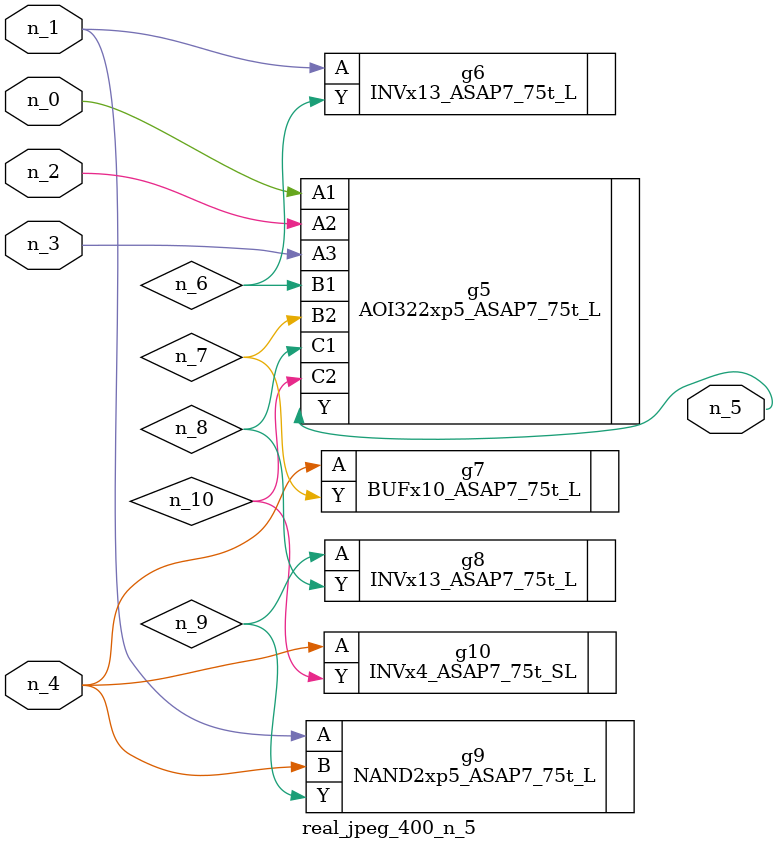
<source format=v>
module real_jpeg_400_n_5 (n_4, n_0, n_1, n_2, n_3, n_5);

input n_4;
input n_0;
input n_1;
input n_2;
input n_3;

output n_5;

wire n_8;
wire n_6;
wire n_7;
wire n_10;
wire n_9;

AOI322xp5_ASAP7_75t_L g5 ( 
.A1(n_0),
.A2(n_2),
.A3(n_3),
.B1(n_6),
.B2(n_7),
.C1(n_8),
.C2(n_10),
.Y(n_5)
);

INVx13_ASAP7_75t_L g6 ( 
.A(n_1),
.Y(n_6)
);

NAND2xp5_ASAP7_75t_L g9 ( 
.A(n_1),
.B(n_4),
.Y(n_9)
);

BUFx10_ASAP7_75t_L g7 ( 
.A(n_4),
.Y(n_7)
);

INVx4_ASAP7_75t_SL g10 ( 
.A(n_4),
.Y(n_10)
);

INVx13_ASAP7_75t_L g8 ( 
.A(n_9),
.Y(n_8)
);


endmodule
</source>
